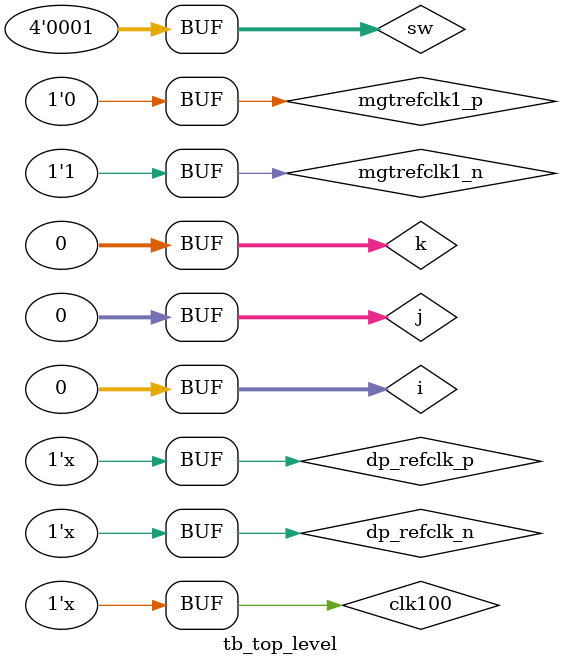
<source format=v>

module tb_top_level;

    reg        clk100;
    wire [7:0] debug;
    wire [1:0] dp_tx_lane_p;
    wire [1:0] dp_tx_lane_n;
    wire [7:0] LED;
    //////////////////////////////////////////
    reg        dp_refclk_p;
    reg        dp_refclk_n;
    reg        mgtrefclk1_p;
    reg        mgtrefclk1_n;
    //////////////////////////////////////////
    wire       dp_tx_hp_detect;
    wire       dp_tx_auxch_tx_p;
    wire       dp_tx_auxch_tx_n;
    wire       dp_tx_auxch_rx_p;
    wire       dp_tx_auxch_rx_n;
    ///////////////////////////////////////////
    reg  [3:0] sw;
    wire       auxch_data;

    reg  [31:0] i, j, k;


    
initial begin
    clk100               = 1'b0;

    dp_refclk_p = 1'b1;
    dp_refclk_n = 1'b0;

    mgtrefclk1_p         = 1'b0;
    mgtrefclk1_n         = 1'b1;

    sw                   = 3'b001;

    i                    = 31'b0;
    j                    = 31'b0;
    k                    = 31'b0;

end

   
always begin
        #5  clk100 = ~clk100; // generate a clock
end 

always begin
        #4  dp_refclk_p = ~dp_refclk_p; dp_refclk_n = ~dp_refclk_n;// generate a clock
end 

assign dp_tx_auxch_rx_p = auxch_data;
assign dp_tx_auxch_rx_n = ~auxch_data;

tb_dummy_sink i_tb_dummy_sink(
    .clk100           (clk100),
    .auxch_data       (auxch_data),
    .hotplug_detect   (dp_tx_hp_detect)
);

top_level_nexys_video i_top_level_nexys_video(
    .clk100           (clk100),
    //////////////////////////////////////////
    .dp_tx_lane_p     (dp_tx_lane_p),
    .dp_tx_lane_n     (dp_tx_lane_n),
    //////////////////////////////////////////
    .dp_refclk_p      (dp_refclk_p),
    .dp_refclk_n      (dp_refclk_n),
    .mgtrefclk1_p     (mgtrefclk1_p),
    .mgtrefclk1_n     (mgtrefclk1_n),
    //////////////////////////////////////////
    .dp_tx_hp_detect  (dp_tx_hp_detect),
    .dp_tx_auxch_tx_p (dp_tx_auxch_tx_p),
    .dp_tx_auxch_tx_n (dp_tx_auxch_tx_n),
    .dp_tx_auxch_rx_p (dp_tx_auxch_rx_p),
    .dp_tx_auxch_rx_n (dp_tx_auxch_rx_n),
    ///////////////////////////////////////////
    .debug            (debug),
    .sw               (sw),
    .LED              (LED)
);

endmodule

</source>
